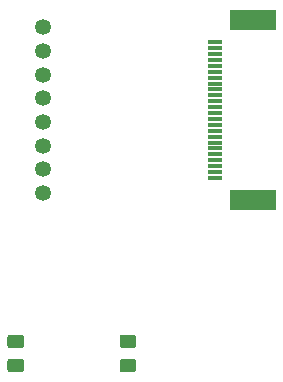
<source format=gbr>
G04 #@! TF.GenerationSoftware,KiCad,Pcbnew,(5.1.5-0-10_14)*
G04 #@! TF.CreationDate,2020-08-26T20:56:13+02:00*
G04 #@! TF.ProjectId,HB-RC-4-Dis-TH,48422d52-432d-4342-9d44-69732d54482e,rev?*
G04 #@! TF.SameCoordinates,Original*
G04 #@! TF.FileFunction,Paste,Top*
G04 #@! TF.FilePolarity,Positive*
%FSLAX46Y46*%
G04 Gerber Fmt 4.6, Leading zero omitted, Abs format (unit mm)*
G04 Created by KiCad (PCBNEW (5.1.5-0-10_14)) date 2020-08-26 20:56:13*
%MOMM*%
%LPD*%
G04 APERTURE LIST*
%ADD10R,1.300000X0.300000*%
%ADD11R,4.000000X1.800000*%
%ADD12C,1.350000*%
%ADD13C,0.100000*%
G04 APERTURE END LIST*
D10*
X58550000Y-99750000D03*
X58550000Y-100250000D03*
X58550000Y-100750000D03*
X58550000Y-101250000D03*
X58550000Y-101750000D03*
X58550000Y-102250000D03*
X58550000Y-102750000D03*
X58550000Y-103250000D03*
X58550000Y-103750000D03*
X58550000Y-104250000D03*
X58550000Y-104750000D03*
X58550000Y-105250000D03*
X58550000Y-105750000D03*
X58550000Y-106250000D03*
X58550000Y-106750000D03*
X58550000Y-107250000D03*
X58550000Y-107750000D03*
X58550000Y-108250000D03*
X58550000Y-108750000D03*
X58550000Y-109250000D03*
X58550000Y-109750000D03*
X58550000Y-110250000D03*
X58550000Y-110750000D03*
X58550000Y-111250000D03*
D11*
X61800000Y-97850000D03*
X61800000Y-113150000D03*
D12*
X44000000Y-98500000D03*
X44000000Y-112500000D03*
X44000000Y-110500000D03*
X44000000Y-108500000D03*
X44000000Y-106500000D03*
X44000000Y-104500000D03*
X44000000Y-102500000D03*
X44000000Y-100500000D03*
D13*
G36*
X51674505Y-124501204D02*
G01*
X51698773Y-124504804D01*
X51722572Y-124510765D01*
X51745671Y-124519030D01*
X51767850Y-124529520D01*
X51788893Y-124542132D01*
X51808599Y-124556747D01*
X51826777Y-124573223D01*
X51843253Y-124591401D01*
X51857868Y-124611107D01*
X51870480Y-124632150D01*
X51880970Y-124654329D01*
X51889235Y-124677428D01*
X51895196Y-124701227D01*
X51898796Y-124725495D01*
X51900000Y-124749999D01*
X51900000Y-125400001D01*
X51898796Y-125424505D01*
X51895196Y-125448773D01*
X51889235Y-125472572D01*
X51880970Y-125495671D01*
X51870480Y-125517850D01*
X51857868Y-125538893D01*
X51843253Y-125558599D01*
X51826777Y-125576777D01*
X51808599Y-125593253D01*
X51788893Y-125607868D01*
X51767850Y-125620480D01*
X51745671Y-125630970D01*
X51722572Y-125639235D01*
X51698773Y-125645196D01*
X51674505Y-125648796D01*
X51650001Y-125650000D01*
X50749999Y-125650000D01*
X50725495Y-125648796D01*
X50701227Y-125645196D01*
X50677428Y-125639235D01*
X50654329Y-125630970D01*
X50632150Y-125620480D01*
X50611107Y-125607868D01*
X50591401Y-125593253D01*
X50573223Y-125576777D01*
X50556747Y-125558599D01*
X50542132Y-125538893D01*
X50529520Y-125517850D01*
X50519030Y-125495671D01*
X50510765Y-125472572D01*
X50504804Y-125448773D01*
X50501204Y-125424505D01*
X50500000Y-125400001D01*
X50500000Y-124749999D01*
X50501204Y-124725495D01*
X50504804Y-124701227D01*
X50510765Y-124677428D01*
X50519030Y-124654329D01*
X50529520Y-124632150D01*
X50542132Y-124611107D01*
X50556747Y-124591401D01*
X50573223Y-124573223D01*
X50591401Y-124556747D01*
X50611107Y-124542132D01*
X50632150Y-124529520D01*
X50654329Y-124519030D01*
X50677428Y-124510765D01*
X50701227Y-124504804D01*
X50725495Y-124501204D01*
X50749999Y-124500000D01*
X51650001Y-124500000D01*
X51674505Y-124501204D01*
G37*
G36*
X51674505Y-126551204D02*
G01*
X51698773Y-126554804D01*
X51722572Y-126560765D01*
X51745671Y-126569030D01*
X51767850Y-126579520D01*
X51788893Y-126592132D01*
X51808599Y-126606747D01*
X51826777Y-126623223D01*
X51843253Y-126641401D01*
X51857868Y-126661107D01*
X51870480Y-126682150D01*
X51880970Y-126704329D01*
X51889235Y-126727428D01*
X51895196Y-126751227D01*
X51898796Y-126775495D01*
X51900000Y-126799999D01*
X51900000Y-127450001D01*
X51898796Y-127474505D01*
X51895196Y-127498773D01*
X51889235Y-127522572D01*
X51880970Y-127545671D01*
X51870480Y-127567850D01*
X51857868Y-127588893D01*
X51843253Y-127608599D01*
X51826777Y-127626777D01*
X51808599Y-127643253D01*
X51788893Y-127657868D01*
X51767850Y-127670480D01*
X51745671Y-127680970D01*
X51722572Y-127689235D01*
X51698773Y-127695196D01*
X51674505Y-127698796D01*
X51650001Y-127700000D01*
X50749999Y-127700000D01*
X50725495Y-127698796D01*
X50701227Y-127695196D01*
X50677428Y-127689235D01*
X50654329Y-127680970D01*
X50632150Y-127670480D01*
X50611107Y-127657868D01*
X50591401Y-127643253D01*
X50573223Y-127626777D01*
X50556747Y-127608599D01*
X50542132Y-127588893D01*
X50529520Y-127567850D01*
X50519030Y-127545671D01*
X50510765Y-127522572D01*
X50504804Y-127498773D01*
X50501204Y-127474505D01*
X50500000Y-127450001D01*
X50500000Y-126799999D01*
X50501204Y-126775495D01*
X50504804Y-126751227D01*
X50510765Y-126727428D01*
X50519030Y-126704329D01*
X50529520Y-126682150D01*
X50542132Y-126661107D01*
X50556747Y-126641401D01*
X50573223Y-126623223D01*
X50591401Y-126606747D01*
X50611107Y-126592132D01*
X50632150Y-126579520D01*
X50654329Y-126569030D01*
X50677428Y-126560765D01*
X50701227Y-126554804D01*
X50725495Y-126551204D01*
X50749999Y-126550000D01*
X51650001Y-126550000D01*
X51674505Y-126551204D01*
G37*
G36*
X42174505Y-124501204D02*
G01*
X42198773Y-124504804D01*
X42222572Y-124510765D01*
X42245671Y-124519030D01*
X42267850Y-124529520D01*
X42288893Y-124542132D01*
X42308599Y-124556747D01*
X42326777Y-124573223D01*
X42343253Y-124591401D01*
X42357868Y-124611107D01*
X42370480Y-124632150D01*
X42380970Y-124654329D01*
X42389235Y-124677428D01*
X42395196Y-124701227D01*
X42398796Y-124725495D01*
X42400000Y-124749999D01*
X42400000Y-125400001D01*
X42398796Y-125424505D01*
X42395196Y-125448773D01*
X42389235Y-125472572D01*
X42380970Y-125495671D01*
X42370480Y-125517850D01*
X42357868Y-125538893D01*
X42343253Y-125558599D01*
X42326777Y-125576777D01*
X42308599Y-125593253D01*
X42288893Y-125607868D01*
X42267850Y-125620480D01*
X42245671Y-125630970D01*
X42222572Y-125639235D01*
X42198773Y-125645196D01*
X42174505Y-125648796D01*
X42150001Y-125650000D01*
X41249999Y-125650000D01*
X41225495Y-125648796D01*
X41201227Y-125645196D01*
X41177428Y-125639235D01*
X41154329Y-125630970D01*
X41132150Y-125620480D01*
X41111107Y-125607868D01*
X41091401Y-125593253D01*
X41073223Y-125576777D01*
X41056747Y-125558599D01*
X41042132Y-125538893D01*
X41029520Y-125517850D01*
X41019030Y-125495671D01*
X41010765Y-125472572D01*
X41004804Y-125448773D01*
X41001204Y-125424505D01*
X41000000Y-125400001D01*
X41000000Y-124749999D01*
X41001204Y-124725495D01*
X41004804Y-124701227D01*
X41010765Y-124677428D01*
X41019030Y-124654329D01*
X41029520Y-124632150D01*
X41042132Y-124611107D01*
X41056747Y-124591401D01*
X41073223Y-124573223D01*
X41091401Y-124556747D01*
X41111107Y-124542132D01*
X41132150Y-124529520D01*
X41154329Y-124519030D01*
X41177428Y-124510765D01*
X41201227Y-124504804D01*
X41225495Y-124501204D01*
X41249999Y-124500000D01*
X42150001Y-124500000D01*
X42174505Y-124501204D01*
G37*
G36*
X42174505Y-126551204D02*
G01*
X42198773Y-126554804D01*
X42222572Y-126560765D01*
X42245671Y-126569030D01*
X42267850Y-126579520D01*
X42288893Y-126592132D01*
X42308599Y-126606747D01*
X42326777Y-126623223D01*
X42343253Y-126641401D01*
X42357868Y-126661107D01*
X42370480Y-126682150D01*
X42380970Y-126704329D01*
X42389235Y-126727428D01*
X42395196Y-126751227D01*
X42398796Y-126775495D01*
X42400000Y-126799999D01*
X42400000Y-127450001D01*
X42398796Y-127474505D01*
X42395196Y-127498773D01*
X42389235Y-127522572D01*
X42380970Y-127545671D01*
X42370480Y-127567850D01*
X42357868Y-127588893D01*
X42343253Y-127608599D01*
X42326777Y-127626777D01*
X42308599Y-127643253D01*
X42288893Y-127657868D01*
X42267850Y-127670480D01*
X42245671Y-127680970D01*
X42222572Y-127689235D01*
X42198773Y-127695196D01*
X42174505Y-127698796D01*
X42150001Y-127700000D01*
X41249999Y-127700000D01*
X41225495Y-127698796D01*
X41201227Y-127695196D01*
X41177428Y-127689235D01*
X41154329Y-127680970D01*
X41132150Y-127670480D01*
X41111107Y-127657868D01*
X41091401Y-127643253D01*
X41073223Y-127626777D01*
X41056747Y-127608599D01*
X41042132Y-127588893D01*
X41029520Y-127567850D01*
X41019030Y-127545671D01*
X41010765Y-127522572D01*
X41004804Y-127498773D01*
X41001204Y-127474505D01*
X41000000Y-127450001D01*
X41000000Y-126799999D01*
X41001204Y-126775495D01*
X41004804Y-126751227D01*
X41010765Y-126727428D01*
X41019030Y-126704329D01*
X41029520Y-126682150D01*
X41042132Y-126661107D01*
X41056747Y-126641401D01*
X41073223Y-126623223D01*
X41091401Y-126606747D01*
X41111107Y-126592132D01*
X41132150Y-126579520D01*
X41154329Y-126569030D01*
X41177428Y-126560765D01*
X41201227Y-126554804D01*
X41225495Y-126551204D01*
X41249999Y-126550000D01*
X42150001Y-126550000D01*
X42174505Y-126551204D01*
G37*
M02*

</source>
